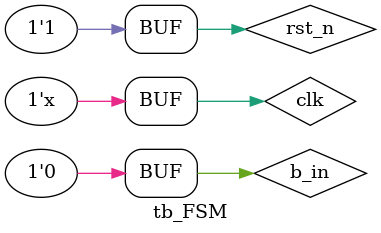
<source format=v>
`timescale 1ns / 1ps


module tb_FSM;
    
    reg b_in;
    reg clk;
    reg rst_n;
    wire b_out;
    
    FSM statemachine (.b_in(b_in), .clk(clk), .rst_n(rst_n), .b_out(b_out));   
    
    always begin
        #5 clk = ~clk;
    end
    
    initial begin 
       clk = 1;
       rst_n = 0; #15
       rst_n = 1; b_in = 0; #20
       b_in = 1; #40
       b_in = 0; #20
       b_in = 1; #20
       b_in = 0; 

    end
           
endmodule

</source>
